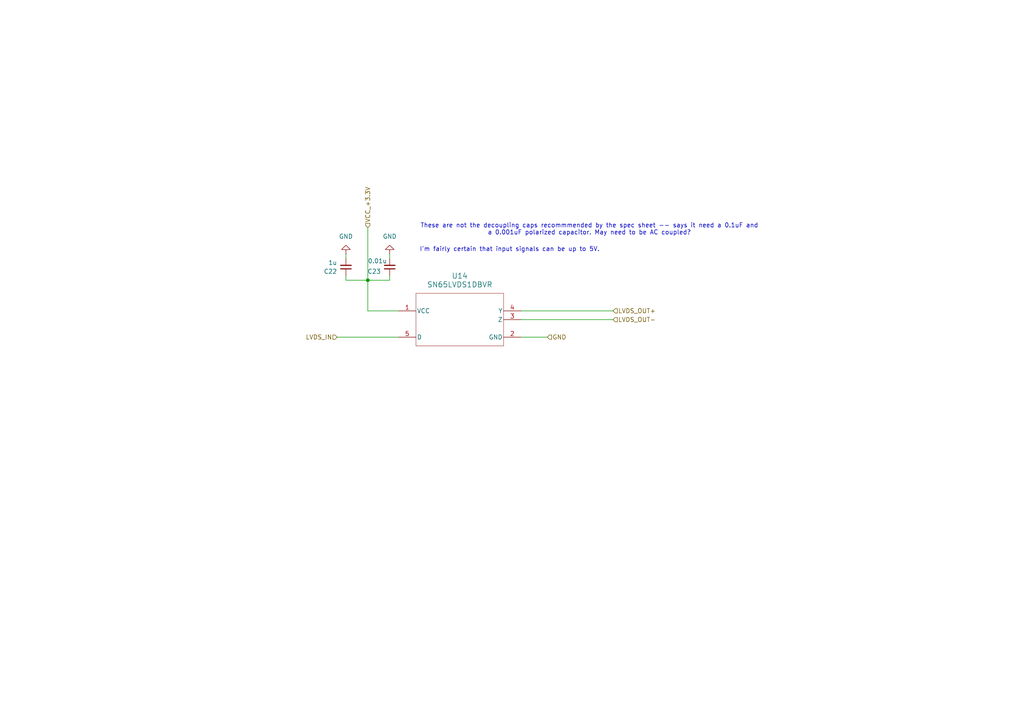
<source format=kicad_sch>
(kicad_sch (version 20250114) (generator "eeschema") (generator_version "9.0")
  (paper "A4")
  (lib_symbols
    (symbol "Device:C_Small" (pin_numbers (hide yes)) (pin_names (offset 0.254) (hide yes))
      (property "Reference" "C" (at 0.254 1.778 0))
      (property "Value" "C_Small" (at 0.254 -2.032 0))
      (symbol "C_Small_0_1"
        (polyline (pts (xy -1.524 0.508) (xy 1.524 0.508)) (stroke (width 0.3048)))
        (polyline (pts (xy -1.524 -0.508) (xy 1.524 -0.508)) (stroke (width 0.3302)))
      )
      (symbol "C_Small_1_1"
        (pin passive line (at 0 2.54 270) (length 2.032) (name "~") (number "1"))
        (pin passive line (at 0 -2.54 90) (length 2.032) (name "~") (number "2"))
      )
    )
    (symbol "power:GND" (power) (pin_numbers (hide yes)) (pin_names (offset 0) (hide yes))
      (property "Value" "GND" (at 0 -3.81 0))
      (symbol "GND_0_1"
        (polyline (pts (xy 0 0) (xy 0 -1.27) (xy 1.27 -1.27) (xy 0 -2.54) (xy -1.27 -1.27) (xy 0 -1.27)))
      )
      (symbol "GND_1_1"
        (pin power_in line (at 0 0 270) (length 0) (name "~") (number "1"))
      )
    )
    (symbol "tolvds:SN65LVDS1DBVR" (pin_names (offset 0.254))
      (property "Reference" "U" (at 0 2.54 0))
      (property "Value" "SN65LVDS1DBVR" (at 0 0 0))
      (symbol "SN65LVDS1DBVR_0_1"
        (polyline (pts (xy -12.7 7.62) (xy -12.7 -7.62)) (stroke (width 0.1016)))
        (polyline (pts (xy -12.7 -7.62) (xy 12.7 -7.62)) (stroke (width 0.1016)))
        (polyline (pts (xy 12.7 7.62) (xy -12.7 7.62)) (stroke (width 0.1016)))
        (polyline (pts (xy 12.7 -7.62) (xy 12.7 7.62)) (stroke (width 0.1016)))
        (pin unspecified line (at -17.78 2.54 0) (length 5.08) (name "VCC") (number "1"))
        (pin input line (at -17.78 -5.08 0) (length 5.08) (name "D") (number "5"))
        (pin output line (at 17.78 2.54 180) (length 5.08) (name "Y") (number "4"))
        (pin output line (at 17.78 0 180) (length 5.08) (name "Z") (number "3"))
        (pin power_in line (at 17.78 -5.08 180) (length 5.08) (name "GND") (number "2"))
      )
    )
  )
  (text "These are not the decoupling caps recommmended by the spec sheet -- says it need a 0.1uF and\na 0.001uF polarized capacitor. May need to be AC coupled?" (at 170.942 66.548 0) (effects (font (size 1.27 1.27))))
  (text "I'm fairly certain that input signals can be up to 5V." (at 147.828 72.39 0) (effects (font (size 1.27 1.27))))
  (junction (at 106.68 81.28))
  (wire (pts (xy 113.03 73.66) (xy 113.03 74.93)))
  (wire (pts (xy 151.13 92.71) (xy 177.8 92.71)))
  (wire (pts (xy 151.13 90.17) (xy 177.8 90.17)))
  (wire (pts (xy 100.33 81.28) (xy 100.33 80.01)))
  (wire (pts (xy 113.03 80.01) (xy 113.03 81.28)))
  (wire (pts (xy 106.68 90.17) (xy 115.57 90.17)))
  (wire (pts (xy 100.33 73.66) (xy 100.33 74.93)))
  (wire (pts (xy 151.13 97.79) (xy 158.75 97.79)))
  (wire (pts (xy 106.68 90.17) (xy 106.68 81.28)))
  (wire (pts (xy 113.03 81.28) (xy 106.68 81.28)))
  (wire (pts (xy 97.79 97.79) (xy 115.57 97.79)))
  (wire (pts (xy 106.68 81.28) (xy 100.33 81.28)))
  (wire (pts (xy 106.68 66.04) (xy 106.68 81.28)))
  (hierarchical_label "LVDS_OUT-" (shape input) (at 177.8 92.71 0))
  (hierarchical_label "GND" (shape input) (at 158.75 97.79 0))
  (hierarchical_label "LVDS_OUT+" (shape input) (at 177.8 90.17 0))
  (hierarchical_label "LVDS_IN" (shape input) (at 97.79 97.79 180))
  (hierarchical_label "VCC_+3.3V" (shape input) (at 106.68 66.04 90))
  (symbol (lib_id "power:GND") (at 100.33 73.66 180) (unit 1)
    (property "Reference" "#PWR025" (effects (hide yes)))
    (property "Value" "GND" (at 100.33 68.58 0))
    (property "Description" "Power symbol creates a global label with name \"GND\" , ground" (effects (hide yes)))
    (instances (project "bellamu" (path "" (reference "#PWR025") (unit 1)) (path "" (reference "#PWR087") (unit 1))))
  )
  (symbol (lib_id "tolvds:SN65LVDS1DBVR") (at 133.35 92.71 0) (unit 1)
    (property "Reference" "U14" (at 133.35 80.01 0) (effects (font (size 1.524 1.524))))
    (property "Value" "SN65LVDS1DBVR" (at 133.35 82.55 0) (effects (font (size 1.524 1.524))))
    (property "Footprint" "tolvds:DBV0005A_L" (effects (hide yes)))
    (property "Datasheet" "https://www.ti.com/lit/gpn/sn65lvds1" (effects (hide yes)))
    (instances (project "" (path "" (reference "U14") (unit 1)) (path "" (reference "U16") (unit 1))))
  )
  (symbol (lib_id "Device:C_Small") (at 113.03 77.47 180) (unit 1)
    (property "Reference" "C23" (at 110.49 78.7338 0) (effects (justify left)))
    (property "Value" "0.01u" (at 112.268 75.692 0) (effects (justify left)))
    (property "Footprint" "Capacitor_SMD:C_0603_1608Metric" (effects (hide yes)))
    (property "Description" "Unpolarized capacitor, small symbol" (effects (hide yes)))
    (instances (project "bellamu" (path "" (reference "C23") (unit 1)) (path "" (reference "C56") (unit 1))))
  )
  (symbol (lib_id "Device:C_Small") (at 100.33 77.47 180) (unit 1)
    (property "Reference" "C22" (at 97.79 78.7338 0) (effects (justify left)))
    (property "Value" "1u" (at 97.79 76.1938 0) (effects (justify left)))
    (property "Footprint" "Capacitor_SMD:C_0603_1608Metric" (effects (hide yes)))
    (property "Description" "Unpolarized capacitor, small symbol" (effects (hide yes)))
    (instances (project "bellamu" (path "" (reference "C22") (unit 1)) (path "" (reference "C55") (unit 1))))
  )
  (symbol (lib_id "power:GND") (at 113.03 73.66 180) (unit 1)
    (property "Reference" "#PWR026" (effects (hide yes)))
    (property "Value" "GND" (at 113.03 68.58 0))
    (property "Description" "Power symbol creates a global label with name \"GND\" , ground" (effects (hide yes)))
    (instances (project "bellamu" (path "" (reference "#PWR026") (unit 1)) (path "" (reference "#PWR088") (unit 1))))
  )
)
</source>
